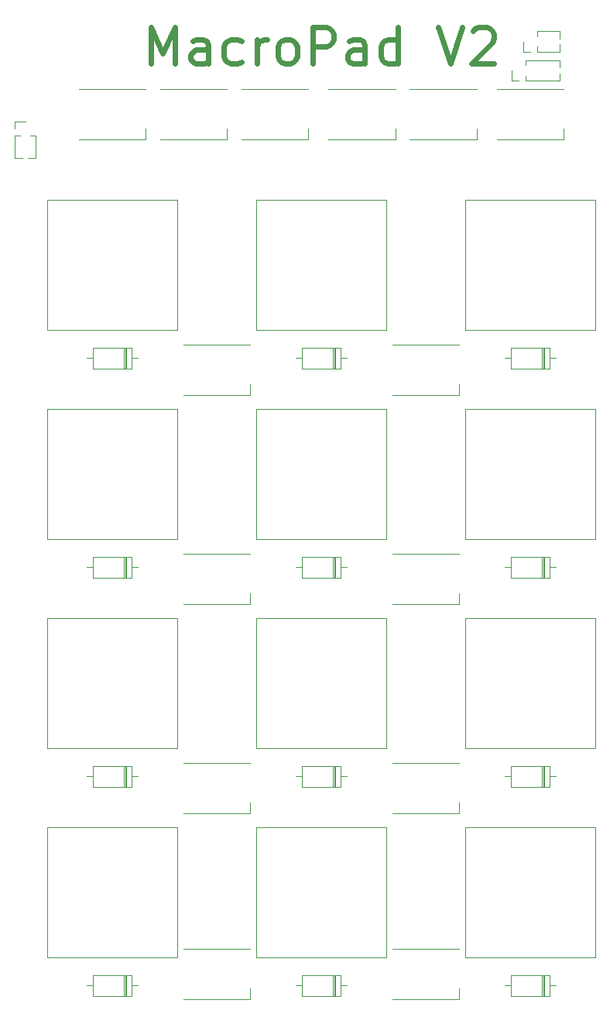
<source format=gbr>
%TF.GenerationSoftware,KiCad,Pcbnew,(6.0.4)*%
%TF.CreationDate,2022-05-16T19:34:58+01:00*%
%TF.ProjectId,Macropad v2,4d616372-6f70-4616-9420-76322e6b6963,rev?*%
%TF.SameCoordinates,Original*%
%TF.FileFunction,Legend,Top*%
%TF.FilePolarity,Positive*%
%FSLAX46Y46*%
G04 Gerber Fmt 4.6, Leading zero omitted, Abs format (unit mm)*
G04 Created by KiCad (PCBNEW (6.0.4)) date 2022-05-16 19:34:58*
%MOMM*%
%LPD*%
G01*
G04 APERTURE LIST*
%ADD10C,0.600000*%
%ADD11C,0.120000*%
G04 APERTURE END LIST*
D10*
X122938333Y-53244523D02*
X122938333Y-49244523D01*
X124271666Y-52101666D01*
X125605000Y-49244523D01*
X125605000Y-53244523D01*
X129224047Y-53244523D02*
X129224047Y-51149285D01*
X129033571Y-50768333D01*
X128652619Y-50577857D01*
X127890714Y-50577857D01*
X127509761Y-50768333D01*
X129224047Y-53054047D02*
X128843095Y-53244523D01*
X127890714Y-53244523D01*
X127509761Y-53054047D01*
X127319285Y-52673095D01*
X127319285Y-52292142D01*
X127509761Y-51911190D01*
X127890714Y-51720714D01*
X128843095Y-51720714D01*
X129224047Y-51530238D01*
X132843095Y-53054047D02*
X132462142Y-53244523D01*
X131700238Y-53244523D01*
X131319285Y-53054047D01*
X131128809Y-52863571D01*
X130938333Y-52482619D01*
X130938333Y-51339761D01*
X131128809Y-50958809D01*
X131319285Y-50768333D01*
X131700238Y-50577857D01*
X132462142Y-50577857D01*
X132843095Y-50768333D01*
X134557380Y-53244523D02*
X134557380Y-50577857D01*
X134557380Y-51339761D02*
X134747857Y-50958809D01*
X134938333Y-50768333D01*
X135319285Y-50577857D01*
X135700238Y-50577857D01*
X137605000Y-53244523D02*
X137224047Y-53054047D01*
X137033571Y-52863571D01*
X136843095Y-52482619D01*
X136843095Y-51339761D01*
X137033571Y-50958809D01*
X137224047Y-50768333D01*
X137605000Y-50577857D01*
X138176428Y-50577857D01*
X138557380Y-50768333D01*
X138747857Y-50958809D01*
X138938333Y-51339761D01*
X138938333Y-52482619D01*
X138747857Y-52863571D01*
X138557380Y-53054047D01*
X138176428Y-53244523D01*
X137605000Y-53244523D01*
X140652619Y-53244523D02*
X140652619Y-49244523D01*
X142176428Y-49244523D01*
X142557380Y-49435000D01*
X142747857Y-49625476D01*
X142938333Y-50006428D01*
X142938333Y-50577857D01*
X142747857Y-50958809D01*
X142557380Y-51149285D01*
X142176428Y-51339761D01*
X140652619Y-51339761D01*
X146366904Y-53244523D02*
X146366904Y-51149285D01*
X146176428Y-50768333D01*
X145795476Y-50577857D01*
X145033571Y-50577857D01*
X144652619Y-50768333D01*
X146366904Y-53054047D02*
X145985952Y-53244523D01*
X145033571Y-53244523D01*
X144652619Y-53054047D01*
X144462142Y-52673095D01*
X144462142Y-52292142D01*
X144652619Y-51911190D01*
X145033571Y-51720714D01*
X145985952Y-51720714D01*
X146366904Y-51530238D01*
X149985952Y-53244523D02*
X149985952Y-49244523D01*
X149985952Y-53054047D02*
X149605000Y-53244523D01*
X148843095Y-53244523D01*
X148462142Y-53054047D01*
X148271666Y-52863571D01*
X148081190Y-52482619D01*
X148081190Y-51339761D01*
X148271666Y-50958809D01*
X148462142Y-50768333D01*
X148843095Y-50577857D01*
X149605000Y-50577857D01*
X149985952Y-50768333D01*
X154366904Y-49244523D02*
X155700238Y-53244523D01*
X157033571Y-49244523D01*
X158176428Y-49625476D02*
X158366904Y-49435000D01*
X158747857Y-49244523D01*
X159700238Y-49244523D01*
X160081190Y-49435000D01*
X160271666Y-49625476D01*
X160462142Y-50006428D01*
X160462142Y-50387380D01*
X160271666Y-50958809D01*
X157985952Y-53244523D01*
X160462142Y-53244523D01*
D11*
%TO.C,D16*%
X120265000Y-86527500D02*
X120265000Y-84287500D01*
X120145000Y-86527500D02*
X120145000Y-84287500D01*
X120865000Y-84287500D02*
X116625000Y-84287500D01*
X115975000Y-85407500D02*
X116625000Y-85407500D01*
X120865000Y-86527500D02*
X120865000Y-84287500D01*
X120025000Y-86527500D02*
X120025000Y-84287500D01*
X121515000Y-85407500D02*
X120865000Y-85407500D01*
X116625000Y-86527500D02*
X120865000Y-86527500D01*
X116625000Y-84287500D02*
X116625000Y-86527500D01*
%TO.C,D12*%
X149385000Y-129647500D02*
X156685000Y-129647500D01*
X156685000Y-135147500D02*
X156685000Y-133997500D01*
X149385000Y-135147500D02*
X156685000Y-135147500D01*
%TO.C,SW4*%
X125845000Y-136727500D02*
X111645000Y-136727500D01*
X111645000Y-136727500D02*
X111645000Y-150927500D01*
X125845000Y-150927500D02*
X125845000Y-136727500D01*
X111645000Y-150927500D02*
X125845000Y-150927500D01*
%TO.C,D23*%
X143725000Y-155107500D02*
X143725000Y-152867500D01*
X142885000Y-155107500D02*
X142885000Y-152867500D01*
X144375000Y-153987500D02*
X143725000Y-153987500D01*
X139485000Y-152867500D02*
X139485000Y-155107500D01*
X139485000Y-155107500D02*
X143725000Y-155107500D01*
X143725000Y-152867500D02*
X139485000Y-152867500D01*
X143005000Y-155107500D02*
X143005000Y-152867500D01*
X143125000Y-155107500D02*
X143125000Y-152867500D01*
X138835000Y-153987500D02*
X139485000Y-153987500D01*
%TO.C,D19*%
X116625000Y-152867500D02*
X116625000Y-155107500D01*
X121515000Y-153987500D02*
X120865000Y-153987500D01*
X120025000Y-155107500D02*
X120025000Y-152867500D01*
X120865000Y-155107500D02*
X120865000Y-152867500D01*
X116625000Y-155107500D02*
X120865000Y-155107500D01*
X115975000Y-153987500D02*
X116625000Y-153987500D01*
X120145000Y-155107500D02*
X120145000Y-152867500D01*
X120865000Y-152867500D02*
X116625000Y-152867500D01*
X120265000Y-155107500D02*
X120265000Y-152867500D01*
%TO.C,D6*%
X168115000Y-61487500D02*
X168115000Y-60337500D01*
X160815000Y-55987500D02*
X168115000Y-55987500D01*
X160815000Y-61487500D02*
X168115000Y-61487500D01*
%TO.C,D7*%
X126525000Y-89427500D02*
X133825000Y-89427500D01*
X133825000Y-89427500D02*
X133825000Y-88277500D01*
X126525000Y-83927500D02*
X133825000Y-83927500D01*
%TO.C,D11*%
X133825000Y-135147500D02*
X133825000Y-133997500D01*
X126525000Y-135147500D02*
X133825000Y-135147500D01*
X126525000Y-129647500D02*
X133825000Y-129647500D01*
%TO.C,J1*%
X108110000Y-60325000D02*
X108110000Y-59565000D01*
X109783471Y-61085000D02*
X110330000Y-61085000D01*
X110330000Y-61085000D02*
X110330000Y-63560000D01*
X108110000Y-61085000D02*
X108656529Y-61085000D01*
X108110000Y-63560000D02*
X108912470Y-63560000D01*
X108110000Y-59565000D02*
X109220000Y-59565000D01*
X108110000Y-61085000D02*
X108110000Y-63560000D01*
X109527530Y-63560000D02*
X110330000Y-63560000D01*
%TO.C,D13*%
X133825000Y-155467500D02*
X133825000Y-154317500D01*
X126525000Y-149967500D02*
X133825000Y-149967500D01*
X126525000Y-155467500D02*
X133825000Y-155467500D01*
%TO.C,D10*%
X149385000Y-112287500D02*
X156685000Y-112287500D01*
X149385000Y-106787500D02*
X156685000Y-106787500D01*
X156685000Y-112287500D02*
X156685000Y-111137500D01*
%TO.C,D21*%
X139485000Y-107147500D02*
X139485000Y-109387500D01*
X143005000Y-109387500D02*
X143005000Y-107147500D01*
X139485000Y-109387500D02*
X143725000Y-109387500D01*
X143725000Y-109387500D02*
X143725000Y-107147500D01*
X142885000Y-109387500D02*
X142885000Y-107147500D01*
X143125000Y-109387500D02*
X143125000Y-107147500D01*
X143725000Y-107147500D02*
X139485000Y-107147500D01*
X144375000Y-108267500D02*
X143725000Y-108267500D01*
X138835000Y-108267500D02*
X139485000Y-108267500D01*
%TO.C,SW11*%
X157365000Y-128067500D02*
X171565000Y-128067500D01*
X157365000Y-113867500D02*
X157365000Y-128067500D01*
X171565000Y-128067500D02*
X171565000Y-113867500D01*
X171565000Y-113867500D02*
X157365000Y-113867500D01*
%TO.C,D8*%
X149385000Y-89427500D02*
X156685000Y-89427500D01*
X156685000Y-89427500D02*
X156685000Y-88277500D01*
X149385000Y-83927500D02*
X156685000Y-83927500D01*
%TO.C,SW8*%
X148705000Y-136727500D02*
X134505000Y-136727500D01*
X134505000Y-150927500D02*
X148705000Y-150927500D01*
X134505000Y-136727500D02*
X134505000Y-150927500D01*
X148705000Y-150927500D02*
X148705000Y-136727500D01*
%TO.C,D3*%
X140175000Y-61487500D02*
X140175000Y-60337500D01*
X132875000Y-61487500D02*
X140175000Y-61487500D01*
X132875000Y-55987500D02*
X140175000Y-55987500D01*
%TO.C,D22*%
X143725000Y-130007500D02*
X139485000Y-130007500D01*
X143125000Y-132247500D02*
X143125000Y-130007500D01*
X139485000Y-132247500D02*
X143725000Y-132247500D01*
X143005000Y-132247500D02*
X143005000Y-130007500D01*
X139485000Y-130007500D02*
X139485000Y-132247500D01*
X144375000Y-131127500D02*
X143725000Y-131127500D01*
X142885000Y-132247500D02*
X142885000Y-130007500D01*
X138835000Y-131127500D02*
X139485000Y-131127500D01*
X143725000Y-132247500D02*
X143725000Y-130007500D01*
%TO.C,J2*%
X163700000Y-51910000D02*
X163700000Y-50800000D01*
X165220000Y-49690000D02*
X167695000Y-49690000D01*
X165220000Y-50236529D02*
X165220000Y-49690000D01*
X167695000Y-50492470D02*
X167695000Y-49690000D01*
X165220000Y-51910000D02*
X167695000Y-51910000D01*
X164460000Y-51910000D02*
X163700000Y-51910000D01*
X167695000Y-51910000D02*
X167695000Y-51107530D01*
X165220000Y-51910000D02*
X165220000Y-51363471D01*
%TO.C,D24*%
X165985000Y-86527500D02*
X165985000Y-84287500D01*
X166585000Y-84287500D02*
X162345000Y-84287500D01*
X162345000Y-84287500D02*
X162345000Y-86527500D01*
X165865000Y-86527500D02*
X165865000Y-84287500D01*
X166585000Y-86527500D02*
X166585000Y-84287500D01*
X161695000Y-85407500D02*
X162345000Y-85407500D01*
X162345000Y-86527500D02*
X166585000Y-86527500D01*
X167235000Y-85407500D02*
X166585000Y-85407500D01*
X165745000Y-86527500D02*
X165745000Y-84287500D01*
%TO.C,D9*%
X133825000Y-112287500D02*
X133825000Y-111137500D01*
X126525000Y-112287500D02*
X133825000Y-112287500D01*
X126525000Y-106787500D02*
X133825000Y-106787500D01*
%TO.C,D17*%
X120265000Y-109387500D02*
X120265000Y-107147500D01*
X116625000Y-109387500D02*
X120865000Y-109387500D01*
X115975000Y-108267500D02*
X116625000Y-108267500D01*
X120145000Y-109387500D02*
X120145000Y-107147500D01*
X116625000Y-107147500D02*
X116625000Y-109387500D01*
X120865000Y-107147500D02*
X116625000Y-107147500D01*
X120865000Y-109387500D02*
X120865000Y-107147500D01*
X120025000Y-109387500D02*
X120025000Y-107147500D01*
X121515000Y-108267500D02*
X120865000Y-108267500D01*
%TO.C,D27*%
X161695000Y-153987500D02*
X162345000Y-153987500D01*
X165745000Y-155107500D02*
X165745000Y-152867500D01*
X166585000Y-155107500D02*
X166585000Y-152867500D01*
X167235000Y-153987500D02*
X166585000Y-153987500D01*
X165865000Y-155107500D02*
X165865000Y-152867500D01*
X162345000Y-152867500D02*
X162345000Y-155107500D01*
X162345000Y-155107500D02*
X166585000Y-155107500D01*
X165985000Y-155107500D02*
X165985000Y-152867500D01*
X166585000Y-152867500D02*
X162345000Y-152867500D01*
%TO.C,SW9*%
X171565000Y-68147500D02*
X157365000Y-68147500D01*
X157365000Y-82347500D02*
X171565000Y-82347500D01*
X157365000Y-68147500D02*
X157365000Y-82347500D01*
X171565000Y-82347500D02*
X171565000Y-68147500D01*
%TO.C,D4*%
X149700000Y-61487500D02*
X149700000Y-60337500D01*
X142400000Y-61487500D02*
X149700000Y-61487500D01*
X142400000Y-55987500D02*
X149700000Y-55987500D01*
%TO.C,D25*%
X161695000Y-108267500D02*
X162345000Y-108267500D01*
X166585000Y-109387500D02*
X166585000Y-107147500D01*
X167235000Y-108267500D02*
X166585000Y-108267500D01*
X166585000Y-107147500D02*
X162345000Y-107147500D01*
X162345000Y-107147500D02*
X162345000Y-109387500D01*
X165865000Y-109387500D02*
X165865000Y-107147500D01*
X165745000Y-109387500D02*
X165745000Y-107147500D01*
X162345000Y-109387500D02*
X166585000Y-109387500D01*
X165985000Y-109387500D02*
X165985000Y-107147500D01*
%TO.C,D26*%
X166585000Y-132247500D02*
X166585000Y-130007500D01*
X162345000Y-132247500D02*
X166585000Y-132247500D01*
X165865000Y-132247500D02*
X165865000Y-130007500D01*
X166585000Y-130007500D02*
X162345000Y-130007500D01*
X165745000Y-132247500D02*
X165745000Y-130007500D01*
X167235000Y-131127500D02*
X166585000Y-131127500D01*
X165985000Y-132247500D02*
X165985000Y-130007500D01*
X161695000Y-131127500D02*
X162345000Y-131127500D01*
X162345000Y-130007500D02*
X162345000Y-132247500D01*
%TO.C,SW7*%
X148705000Y-128067500D02*
X148705000Y-113867500D01*
X148705000Y-113867500D02*
X134505000Y-113867500D01*
X134505000Y-128067500D02*
X148705000Y-128067500D01*
X134505000Y-113867500D02*
X134505000Y-128067500D01*
%TO.C,SW2*%
X111645000Y-91007500D02*
X111645000Y-105207500D01*
X111645000Y-105207500D02*
X125845000Y-105207500D01*
X125845000Y-105207500D02*
X125845000Y-91007500D01*
X125845000Y-91007500D02*
X111645000Y-91007500D01*
%TO.C,SW12*%
X171565000Y-136727500D02*
X157365000Y-136727500D01*
X171565000Y-150927500D02*
X171565000Y-136727500D01*
X157365000Y-150927500D02*
X171565000Y-150927500D01*
X157365000Y-136727500D02*
X157365000Y-150927500D01*
%TO.C,SW6*%
X148705000Y-105207500D02*
X148705000Y-91007500D01*
X148705000Y-91007500D02*
X134505000Y-91007500D01*
X134505000Y-105207500D02*
X148705000Y-105207500D01*
X134505000Y-91007500D02*
X134505000Y-105207500D01*
%TO.C,D2*%
X123985000Y-55987500D02*
X131285000Y-55987500D01*
X123985000Y-61487500D02*
X131285000Y-61487500D01*
X131285000Y-61487500D02*
X131285000Y-60337500D01*
%TO.C,D20*%
X143725000Y-84287500D02*
X139485000Y-84287500D01*
X139485000Y-86527500D02*
X143725000Y-86527500D01*
X142885000Y-86527500D02*
X142885000Y-84287500D01*
X143125000Y-86527500D02*
X143125000Y-84287500D01*
X139485000Y-84287500D02*
X139485000Y-86527500D01*
X143005000Y-86527500D02*
X143005000Y-84287500D01*
X138835000Y-85407500D02*
X139485000Y-85407500D01*
X144375000Y-85407500D02*
X143725000Y-85407500D01*
X143725000Y-86527500D02*
X143725000Y-84287500D01*
%TO.C,SW3*%
X125845000Y-113867500D02*
X111645000Y-113867500D01*
X111645000Y-113867500D02*
X111645000Y-128067500D01*
X125845000Y-128067500D02*
X125845000Y-113867500D01*
X111645000Y-128067500D02*
X125845000Y-128067500D01*
%TO.C,SW5*%
X148705000Y-68147500D02*
X134505000Y-68147500D01*
X134505000Y-82347500D02*
X148705000Y-82347500D01*
X134505000Y-68147500D02*
X134505000Y-82347500D01*
X148705000Y-82347500D02*
X148705000Y-68147500D01*
%TO.C,J3*%
X162435000Y-55085000D02*
X162435000Y-53975000D01*
X167700000Y-53667470D02*
X167700000Y-52865000D01*
X163955000Y-55085000D02*
X163955000Y-54538471D01*
X163195000Y-55085000D02*
X162435000Y-55085000D01*
X167700000Y-55085000D02*
X167700000Y-54282530D01*
X163955000Y-55085000D02*
X167700000Y-55085000D01*
X163955000Y-52865000D02*
X167700000Y-52865000D01*
X163955000Y-53411529D02*
X163955000Y-52865000D01*
%TO.C,D18*%
X120265000Y-132247500D02*
X120265000Y-130007500D01*
X116625000Y-132247500D02*
X120865000Y-132247500D01*
X120865000Y-132247500D02*
X120865000Y-130007500D01*
X120145000Y-132247500D02*
X120145000Y-130007500D01*
X115975000Y-131127500D02*
X116625000Y-131127500D01*
X120865000Y-130007500D02*
X116625000Y-130007500D01*
X116625000Y-130007500D02*
X116625000Y-132247500D01*
X121515000Y-131127500D02*
X120865000Y-131127500D01*
X120025000Y-132247500D02*
X120025000Y-130007500D01*
%TO.C,SW10*%
X171565000Y-91007500D02*
X157365000Y-91007500D01*
X157365000Y-105207500D02*
X171565000Y-105207500D01*
X171565000Y-105207500D02*
X171565000Y-91007500D01*
X157365000Y-91007500D02*
X157365000Y-105207500D01*
%TO.C,D5*%
X151290000Y-61487500D02*
X158590000Y-61487500D01*
X158590000Y-61487500D02*
X158590000Y-60337500D01*
X151290000Y-55987500D02*
X158590000Y-55987500D01*
%TO.C,D14*%
X156685000Y-155467500D02*
X156685000Y-154317500D01*
X149385000Y-149967500D02*
X156685000Y-149967500D01*
X149385000Y-155467500D02*
X156685000Y-155467500D01*
%TO.C,SW1*%
X125845000Y-82347500D02*
X125845000Y-68147500D01*
X111645000Y-82347500D02*
X125845000Y-82347500D01*
X111645000Y-68147500D02*
X111645000Y-82347500D01*
X125845000Y-68147500D02*
X111645000Y-68147500D01*
%TO.C,D1*%
X115095000Y-55987500D02*
X122395000Y-55987500D01*
X122395000Y-61487500D02*
X122395000Y-60337500D01*
X115095000Y-61487500D02*
X122395000Y-61487500D01*
%TD*%
M02*

</source>
